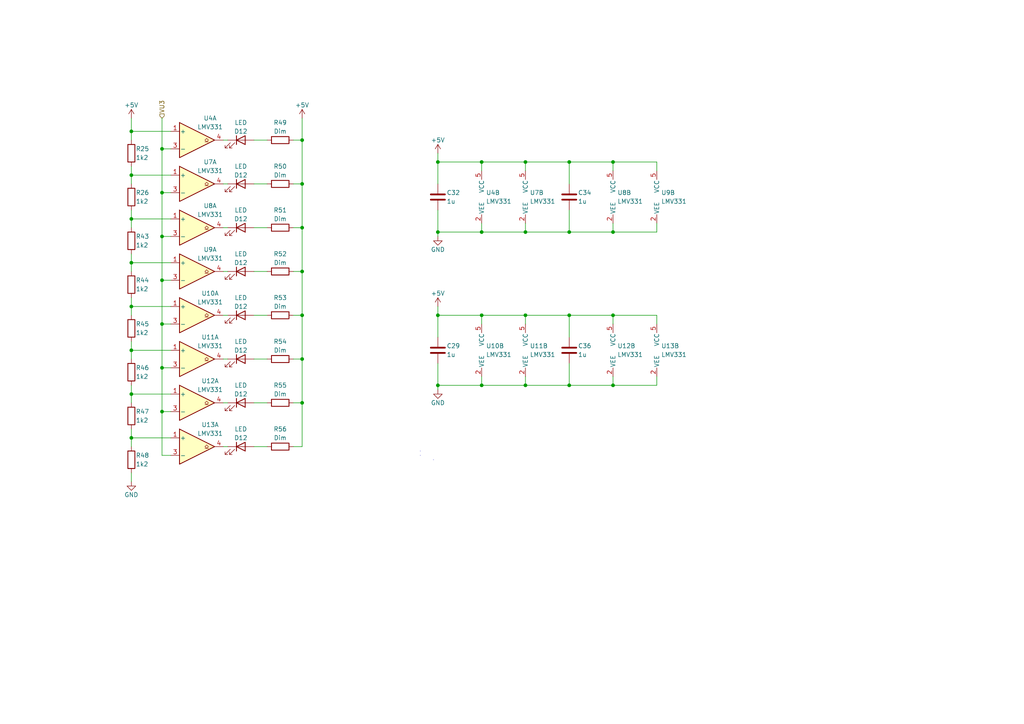
<source format=kicad_sch>
(kicad_sch (version 20230121) (generator eeschema)
  (paper "A4")
  (lib_symbols
    (symbol "Device:C" (pin_numbers hide) (pin_names (offset 0.254))
      (property "Reference" "C" (at 0.635 2.54 0))
      (property "Value" "C" (at 0.635 -2.54 0))
      (symbol "C_0_1"
        (polyline (pts (xy -2.032 -0.762) (xy 2.032 -0.762)) (stroke (width 0.508)))
        (polyline (pts (xy -2.032 0.762) (xy 2.032 0.762)) (stroke (width 0.508)))
      )
      (symbol "C_1_1"
        (pin passive line (at 0 3.81 270) (length 2.794) (name "~") (number "1"))
        (pin passive line (at 0 -3.81 90) (length 2.794) (name "~") (number "2"))
      )
    )
    (symbol "Device:LED" (pin_numbers hide) (pin_names (offset 1.016) hide)
      (property "Reference" "D" (at 0 2.54 0))
      (property "Value" "LED" (at 0 -2.54 0))
      (symbol "LED_0_1"
        (polyline (pts (xy -1.27 -1.27) (xy -1.27 1.27)) (stroke (width 0.254)))
        (polyline (pts (xy -1.27 0) (xy 1.27 0)))
        (polyline (pts (xy 1.27 -1.27) (xy 1.27 1.27) (xy -1.27 0) (xy 1.27 -1.27)) (stroke (width 0.254)))
        (polyline (pts (xy -3.048 -0.762) (xy -4.572 -2.286) (xy -3.81 -2.286) (xy -4.572 -2.286) (xy -4.572 -1.524)))
        (polyline (pts (xy -1.778 -0.762) (xy -3.302 -2.286) (xy -2.54 -2.286) (xy -3.302 -2.286) (xy -3.302 -1.524)))
      )
      (symbol "LED_1_1"
        (pin passive line (at -3.81 0 0) (length 2.54) (name "K") (number "1"))
        (pin passive line (at 3.81 0 180) (length 2.54) (name "A") (number "2"))
      )
    )
    (symbol "Device:R" (pin_numbers hide) (pin_names (offset 0))
      (property "Reference" "R" (at 2.032 0 90))
      (property "Value" "R" (at 0 0 90))
      (symbol "R_0_1"
        (rectangle (start -1.016 -2.54) (end 1.016 2.54) (stroke (width 0.254)))
      )
      (symbol "R_1_1"
        (pin passive line (at 0 3.81 270) (length 1.27) (name "~") (number "1"))
        (pin passive line (at 0 -3.81 90) (length 1.27) (name "~") (number "2"))
      )
    )
    (symbol "lmv331:LMV331" (pin_names (offset 0.127)) (in_bom no) (on_board no)
      (property "Reference" "U" (at 5.08 5.08 0))
      (property "Value" "LMV331" (at 5.08 2.54 0))
      (symbol "LMV331_1_1"
        (polyline (pts (xy -5.08 5.08) (xy 5.08 0) (xy -5.08 -5.08) (xy -5.08 5.08)) (stroke (width 0.254)) (fill (type background)))
        (polyline (pts (xy 3.302 -0.508) (xy 2.794 -0.508) (xy 3.302 0) (xy 2.794 0.508) (xy 2.286 0) (xy 2.794 -0.508) (xy 2.286 -0.508)) (stroke (width 0.127)))
        (pin input line (at -7.62 2.54 0) (length 2.54) (name "+") (number "1"))
        (pin input line (at -7.62 -2.54 0) (length 2.54) (name "-") (number "3"))
        (pin open_collector line (at 7.62 0 180) (length 2.54) (name "~") (number "4"))
      )
      (symbol "LMV331_2_1"
        (pin power_in line (at 0 -7.62 90) (length 2.54) (name "VEE") (number "2"))
        (pin power_in line (at 0 7.62 270) (length 2.54) (name "VCC") (number "5"))
      )
    )
    (symbol "power:+5V" (power) (pin_names (offset 0))
      (property "Value" "+5V" (at 0 3.556 0))
      (symbol "+5V_0_1"
        (polyline (pts (xy -0.762 1.27) (xy 0 2.54)))
        (polyline (pts (xy 0 0) (xy 0 2.54)))
        (polyline (pts (xy 0 2.54) (xy 0.762 1.27)))
      )
      (symbol "+5V_1_1"
        (pin power_in line (at 0 0 90) (length 0) hide (name "+5V") (number "1"))
      )
    )
    (symbol "power:GND" (power) (pin_names (offset 0))
      (property "Value" "GND" (at 0 -3.81 0))
      (symbol "GND_0_1"
        (polyline (pts (xy 0 0) (xy 0 -1.27) (xy 1.27 -1.27) (xy 0 -2.54) (xy -1.27 -1.27) (xy 0 -1.27)))
      )
      (symbol "GND_1_1"
        (pin power_in line (at 0 0 270) (length 0) hide (name "GND") (number "1"))
      )
    )
  )
  (junction (at 87.63 78.74))
  (junction (at 46.99 119.38))
  (junction (at 38.1 76.2))
  (junction (at 46.99 93.98))
  (junction (at 139.7 67.31))
  (junction (at 152.4 91.44))
  (junction (at 127 67.31))
  (junction (at 38.1 38.1))
  (junction (at 177.8 46.99))
  (junction (at 38.1 127))
  (junction (at 152.4 46.99))
  (junction (at 165.1 46.99))
  (junction (at 46.99 55.88))
  (junction (at 139.7 91.44))
  (junction (at 139.7 46.99))
  (junction (at 87.63 40.64))
  (junction (at 87.63 104.14))
  (junction (at 38.1 101.6))
  (junction (at 46.99 43.18))
  (junction (at 87.63 53.34))
  (junction (at 38.1 114.3))
  (junction (at 165.1 67.31))
  (junction (at 46.99 106.68))
  (junction (at 87.63 91.44))
  (junction (at 38.1 63.5))
  (junction (at 152.4 67.31))
  (junction (at 46.99 81.28))
  (junction (at 38.1 88.9))
  (junction (at 177.8 91.44))
  (junction (at 38.1 50.8))
  (junction (at 177.8 111.76))
  (junction (at 165.1 111.76))
  (junction (at 127 46.99))
  (junction (at 87.63 116.84))
  (junction (at 139.7 111.76))
  (junction (at 152.4 111.76))
  (junction (at 46.99 68.58))
  (junction (at 87.63 66.04))
  (junction (at 127 111.76))
  (junction (at 165.1 91.44))
  (junction (at 127 91.44))
  (junction (at 177.8 67.31))
  (wire (pts (xy 46.99 106.68) (xy 46.99 119.38)))
  (wire (pts (xy 38.1 63.5) (xy 38.1 60.96)))
  (wire (pts (xy 38.1 114.3) (xy 38.1 111.76)))
  (wire (pts (xy 127 60.96) (xy 127 67.31)))
  (wire (pts (xy 85.09 66.04) (xy 87.63 66.04)))
  (wire (pts (xy 177.8 64.77) (xy 177.8 67.31)))
  (wire (pts (xy 139.7 67.31) (xy 139.7 64.77)))
  (wire (pts (xy 77.47 53.34) (xy 73.66 53.34)))
  (wire (pts (xy 152.4 67.31) (xy 165.1 67.31)))
  (wire (pts (xy 66.04 53.34) (xy 64.77 53.34)))
  (wire (pts (xy 46.99 68.58) (xy 49.53 68.58)))
  (wire (pts (xy 127 105.41) (xy 127 111.76)))
  (wire (pts (xy 85.09 40.64) (xy 87.63 40.64)))
  (wire (pts (xy 38.1 86.36) (xy 38.1 88.9)))
  (wire (pts (xy 66.04 129.54) (xy 64.77 129.54)))
  (wire (pts (xy 139.7 46.99) (xy 139.7 49.53)))
  (wire (pts (xy 190.5 46.99) (xy 190.5 49.53)))
  (wire (pts (xy 165.1 60.96) (xy 165.1 67.31)))
  (wire (pts (xy 127 91.44) (xy 139.7 91.44)))
  (wire (pts (xy 87.63 78.74) (xy 87.63 91.44)))
  (wire (pts (xy 38.1 63.5) (xy 38.1 66.04)))
  (wire (pts (xy 49.53 88.9) (xy 38.1 88.9)))
  (wire (pts (xy 38.1 76.2) (xy 38.1 73.66)))
  (wire (pts (xy 38.1 101.6) (xy 38.1 99.06)))
  (wire (pts (xy 177.8 91.44) (xy 190.5 91.44)))
  (wire (pts (xy 165.1 111.76) (xy 177.8 111.76)))
  (wire (pts (xy 38.1 88.9) (xy 38.1 91.44)))
  (wire (pts (xy 87.63 40.64) (xy 87.63 53.34)))
  (wire (pts (xy 46.99 81.28) (xy 49.53 81.28)))
  (wire (pts (xy 177.8 46.99) (xy 177.8 49.53)))
  (wire (pts (xy 38.1 127) (xy 38.1 124.46)))
  (wire (pts (xy 77.47 129.54) (xy 73.66 129.54)))
  (wire (pts (xy 85.09 91.44) (xy 87.63 91.44)))
  (wire (pts (xy 49.53 50.8) (xy 38.1 50.8)))
  (wire (pts (xy 38.1 50.8) (xy 38.1 48.26)))
  (wire (pts (xy 165.1 46.99) (xy 177.8 46.99)))
  (wire (pts (xy 87.63 34.29) (xy 87.63 40.64)))
  (wire (pts (xy 165.1 91.44) (xy 165.1 97.79)))
  (wire (pts (xy 152.4 46.99) (xy 152.4 49.53)))
  (wire (pts (xy 38.1 76.2) (xy 38.1 78.74)))
  (wire (pts (xy 127 46.99) (xy 127 53.34)))
  (wire (pts (xy 165.1 46.99) (xy 165.1 53.34)))
  (wire (pts (xy 127 88.9) (xy 127 91.44)))
  (wire (pts (xy 152.4 91.44) (xy 152.4 93.98)))
  (wire (pts (xy 66.04 78.74) (xy 64.77 78.74)))
  (wire (pts (xy 77.47 66.04) (xy 73.66 66.04)))
  (wire (pts (xy 46.99 81.28) (xy 46.99 93.98)))
  (wire (pts (xy 87.63 66.04) (xy 87.63 78.74)))
  (wire (pts (xy 66.04 104.14) (xy 64.77 104.14)))
  (wire (pts (xy 46.99 119.38) (xy 46.99 132.08)))
  (wire (pts (xy 49.53 43.18) (xy 46.99 43.18)))
  (wire (pts (xy 38.1 114.3) (xy 38.1 116.84)))
  (wire (pts (xy 46.99 55.88) (xy 46.99 68.58)))
  (wire (pts (xy 190.5 111.76) (xy 177.8 111.76)))
  (wire (pts (xy 152.4 67.31) (xy 152.4 64.77)))
  (wire (pts (xy 46.99 132.08) (xy 49.53 132.08)))
  (wire (pts (xy 77.47 78.74) (xy 73.66 78.74)))
  (wire (pts (xy 46.99 55.88) (xy 49.53 55.88)))
  (wire (pts (xy 177.8 91.44) (xy 177.8 93.98)))
  (wire (pts (xy 46.99 93.98) (xy 46.99 106.68)))
  (wire (pts (xy 77.47 116.84) (xy 73.66 116.84)))
  (wire (pts (xy 152.4 46.99) (xy 165.1 46.99)))
  (wire (pts (xy 139.7 91.44) (xy 152.4 91.44)))
  (wire (pts (xy 127 111.76) (xy 139.7 111.76)))
  (wire (pts (xy 139.7 111.76) (xy 152.4 111.76)))
  (wire (pts (xy 87.63 129.54) (xy 85.09 129.54)))
  (wire (pts (xy 139.7 67.31) (xy 152.4 67.31)))
  (wire (pts (xy 77.47 91.44) (xy 73.66 91.44)))
  (wire (pts (xy 177.8 109.22) (xy 177.8 111.76)))
  (wire (pts (xy 66.04 91.44) (xy 64.77 91.44)))
  (wire (pts (xy 190.5 91.44) (xy 190.5 93.98)))
  (wire (pts (xy 127 111.76) (xy 127 113.03)))
  (wire (pts (xy 38.1 50.8) (xy 38.1 53.34)))
  (wire (pts (xy 38.1 38.1) (xy 38.1 40.64)))
  (wire (pts (xy 46.99 68.58) (xy 46.99 81.28)))
  (wire (pts (xy 46.99 43.18) (xy 46.99 55.88)))
  (wire (pts (xy 38.1 137.16) (xy 38.1 139.7)))
  (wire (pts (xy 190.5 109.22) (xy 190.5 111.76)))
  (wire (pts (xy 127 91.44) (xy 127 97.79)))
  (wire (pts (xy 177.8 46.99) (xy 190.5 46.99)))
  (wire (pts (xy 49.53 63.5) (xy 38.1 63.5)))
  (wire (pts (xy 152.4 91.44) (xy 165.1 91.44)))
  (wire (pts (xy 127 67.31) (xy 127 68.58)))
  (wire (pts (xy 49.53 114.3) (xy 38.1 114.3)))
  (wire (pts (xy 87.63 91.44) (xy 87.63 104.14)))
  (wire (pts (xy 46.99 119.38) (xy 49.53 119.38)))
  (wire (pts (xy 127 44.45) (xy 127 46.99)))
  (wire (pts (xy 87.63 104.14) (xy 87.63 116.84)))
  (wire (pts (xy 85.09 53.34) (xy 87.63 53.34)))
  (wire (pts (xy 165.1 91.44) (xy 177.8 91.44)))
  (wire (pts (xy 49.53 127) (xy 38.1 127)))
  (wire (pts (xy 49.53 93.98) (xy 46.99 93.98)))
  (wire (pts (xy 38.1 34.29) (xy 38.1 38.1)))
  (wire (pts (xy 177.8 67.31) (xy 190.5 67.31)))
  (wire (pts (xy 139.7 46.99) (xy 152.4 46.99)))
  (wire (pts (xy 87.63 104.14) (xy 85.09 104.14)))
  (wire (pts (xy 49.53 101.6) (xy 38.1 101.6)))
  (wire (pts (xy 165.1 67.31) (xy 177.8 67.31)))
  (wire (pts (xy 165.1 105.41) (xy 165.1 111.76)))
  (wire (pts (xy 66.04 40.64) (xy 64.77 40.64)))
  (wire (pts (xy 46.99 34.29) (xy 46.99 43.18)))
  (wire (pts (xy 139.7 111.76) (xy 139.7 109.22)))
  (wire (pts (xy 77.47 104.14) (xy 73.66 104.14)))
  (wire (pts (xy 152.4 111.76) (xy 152.4 109.22)))
  (wire (pts (xy 66.04 116.84) (xy 64.77 116.84)))
  (wire (pts (xy 49.53 76.2) (xy 38.1 76.2)))
  (wire (pts (xy 127 67.31) (xy 139.7 67.31)))
  (wire (pts (xy 152.4 111.76) (xy 165.1 111.76)))
  (wire (pts (xy 85.09 116.84) (xy 87.63 116.84)))
  (wire (pts (xy 38.1 101.6) (xy 38.1 104.14)))
  (wire (pts (xy 46.99 106.68) (xy 49.53 106.68)))
  (wire (pts (xy 49.53 38.1) (xy 38.1 38.1)))
  (wire (pts (xy 87.63 53.34) (xy 87.63 66.04)))
  (wire (pts (xy 66.04 66.04) (xy 64.77 66.04)))
  (wire (pts (xy 87.63 116.84) (xy 87.63 129.54)))
  (wire (pts (xy 85.09 78.74) (xy 87.63 78.74)))
  (wire (pts (xy 77.47 40.64) (xy 73.66 40.64)))
  (wire (pts (xy 139.7 91.44) (xy 139.7 93.98)))
  (wire (pts (xy 190.5 64.77) (xy 190.5 67.31)))
  (wire (pts (xy 127 46.99) (xy 139.7 46.99)))
  (wire (pts (xy 38.1 127) (xy 38.1 129.54)))
  (rectangle (start 121.92 130.81) (end 121.92 130.81))
  (rectangle (start 125.73 133.35) (end 125.73 133.35))
  (rectangle (start 121.92 132.08) (end 121.92 132.08))
  (hierarchical_label "VU3" (shape input) (at 46.99 34.29 90))
  (symbol (lib_id "lmv331:LMV331") (at 57.15 66.04 0) (unit 1)
    (property "Reference" "U8" (at 60.96 59.69 0))
    (property "Value" "LMV331" (at 60.96 62.23 0))
    (property "Footprint" "Package_TO_SOT_SMD:SOT-23-5" (effects hide))
    (property "Datasheet" "http://www.ti.com/lit/ds/symlink/lmv331.pdf" (effects hide))
  )
  (symbol (lib_id "power:+5V") (at 127 88.9 0) (unit 1)
    (property "Reference" "#PWR0104" (effects hide))
    (property "Value" "+5V" (at 127 85.09 0))
  )
  (symbol (lib_id "Device:R") (at 38.1 69.85 180) (unit 1)
    (property "Reference" "R43" (at 39.37 68.58 0) (effects (justify right)))
    (property "Value" "1k2" (at 39.37 71.12 0) (effects (justify right)))
    (property "Footprint" "Resistor_SMD:R_1206_3216Metric_Pad1.30x1.75mm_HandSolder" (effects hide))
    (instances (project "SoundControl" (path "" (reference "R43") (unit 1)) (path "" (reference "R46") (unit 1))))
  )
  (symbol (lib_id "lmv331:LMV331") (at 190.5 101.6 0) (unit 2)
    (property "Reference" "U13" (at 191.77 100.33 0) (effects (justify left)))
    (property "Value" "LMV331" (at 191.77 102.87 0) (effects (justify left)))
    (property "Footprint" "Package_TO_SOT_SMD:SOT-23-5" (effects hide))
    (property "Datasheet" "http://www.ti.com/lit/ds/symlink/lmv331.pdf" (effects hide))
  )
  (symbol (lib_id "Device:R") (at 38.1 57.15 180) (unit 1)
    (property "Reference" "R26" (at 39.37 55.88 0) (effects (justify right)))
    (property "Value" "1k2" (at 39.37 58.42 0) (effects (justify right)))
    (property "Footprint" "Resistor_SMD:R_1206_3216Metric_Pad1.30x1.75mm_HandSolder" (effects hide))
    (instances (project "SoundControl" (path "" (reference "R26") (unit 1)) (path "" (reference "R44") (unit 1))))
  )
  (symbol (lib_id "Device:R") (at 38.1 82.55 180) (unit 1)
    (property "Reference" "R44" (at 39.37 81.28 0) (effects (justify right)))
    (property "Value" "1k2" (at 39.37 83.82 0) (effects (justify right)))
    (property "Footprint" "Resistor_SMD:R_1206_3216Metric_Pad1.30x1.75mm_HandSolder" (effects hide))
    (instances (project "SoundControl" (path "" (reference "R44") (unit 1)) (path "" (reference "R48") (unit 1))))
  )
  (symbol (lib_id "power:GND") (at 127 113.03 0) (unit 1)
    (property "Reference" "#PWR096" (effects hide))
    (property "Value" "GND" (at 127 116.84 0))
    (instances (project "SoundControl" (path "" (reference "#PWR096") (unit 1)) (path "" (reference "#PWR0105") (unit 1))))
  )
  (symbol (lib_id "lmv331:LMV331") (at 57.15 116.84 0) (unit 1)
    (property "Reference" "U12" (at 60.96 110.49 0))
    (property "Value" "LMV331" (at 60.96 113.03 0))
    (property "Footprint" "Package_TO_SOT_SMD:SOT-23-5" (effects hide))
    (property "Datasheet" "http://www.ti.com/lit/ds/symlink/lmv331.pdf" (effects hide))
  )
  (symbol (lib_id "Device:R") (at 81.28 116.84 90) (unit 1)
    (property "Reference" "R55" (at 81.28 111.76 90))
    (property "Value" "Dim" (at 81.28 114.3 90))
    (property "Footprint" "Resistor_SMD:R_1206_3216Metric_Pad1.30x1.75mm_HandSolder" (effects hide))
    (instances (project "SoundControl" (path "" (reference "R55") (unit 1)) (path "" (reference "R53") (unit 1))))
  )
  (symbol (lib_id "Device:R") (at 81.28 78.74 90) (unit 1)
    (property "Reference" "R52" (at 81.28 73.66 90))
    (property "Value" "Dim" (at 81.28 76.2 90))
    (property "Footprint" "Resistor_SMD:R_1206_3216Metric_Pad1.30x1.75mm_HandSolder" (effects hide))
    (instances (project "SoundControl" (path "" (reference "R52") (unit 1)) (path "" (reference "R47") (unit 1))))
  )
  (symbol (lib_id "Device:R") (at 81.28 104.14 90) (unit 1)
    (property "Reference" "R54" (at 81.28 99.06 90))
    (property "Value" "Dim" (at 81.28 101.6 90))
    (property "Footprint" "Resistor_SMD:R_1206_3216Metric_Pad1.30x1.75mm_HandSolder" (effects hide))
    (instances (project "SoundControl" (path "" (reference "R54") (unit 1)) (path "" (reference "R51") (unit 1))))
  )
  (symbol (lib_id "lmv331:LMV331") (at 139.7 101.6 0) (unit 2)
    (property "Reference" "U10" (at 140.97 100.33 0) (effects (justify left)))
    (property "Value" "LMV331" (at 140.97 102.87 0) (effects (justify left)))
    (property "Footprint" "Package_TO_SOT_SMD:SOT-23-5" (effects hide))
    (property "Datasheet" "http://www.ti.com/lit/ds/symlink/lmv331.pdf" (effects hide))
  )
  (symbol (lib_id "Device:R") (at 81.28 53.34 90) (unit 1)
    (property "Reference" "R50" (at 81.28 48.26 90))
    (property "Value" "Dim" (at 81.28 50.8 90))
    (property "Footprint" "Resistor_SMD:R_1206_3216Metric_Pad1.30x1.75mm_HandSolder" (effects hide))
    (instances (project "SoundControl" (path "" (reference "R50") (unit 1)) (path "" (reference "R43") (unit 1))))
  )
  (symbol (lib_id "Device:C") (at 127 101.6 0) (unit 1)
    (property "Reference" "C29" (at 129.54 100.33 0) (effects (justify left)))
    (property "Value" "1u" (at 129.54 102.87 0) (effects (justify left)))
    (property "Footprint" "Capacitor_SMD:C_1206_3216Metric_Pad1.33x1.80mm_HandSolder" (effects hide))
    (instances (project "SoundControl" (path "" (reference "C29") (unit 1)) (path "" (reference "C33") (unit 1))))
  )
  (symbol (lib_id "Device:R") (at 38.1 95.25 180) (unit 1)
    (property "Reference" "R45" (at 39.37 93.98 0) (effects (justify right)))
    (property "Value" "1k2" (at 39.37 96.52 0) (effects (justify right)))
    (property "Footprint" "Resistor_SMD:R_1206_3216Metric_Pad1.30x1.75mm_HandSolder" (effects hide))
    (instances (project "SoundControl" (path "" (reference "R45") (unit 1)) (path "" (reference "R50") (unit 1))))
  )
  (symbol (lib_id "power:GND") (at 38.1 139.7 0) (unit 1)
    (property "Reference" "#PWR094" (effects hide))
    (property "Value" "GND" (at 38.1 143.51 0))
    (instances (project "SoundControl" (path "" (reference "#PWR094") (unit 1)) (path "" (reference "#PWR0106") (unit 1))))
  )
  (symbol (lib_id "Device:R") (at 81.28 91.44 90) (unit 1)
    (property "Reference" "R53" (at 81.28 86.36 90))
    (property "Value" "Dim" (at 81.28 88.9 90))
    (property "Footprint" "Resistor_SMD:R_1206_3216Metric_Pad1.30x1.75mm_HandSolder" (effects hide))
    (instances (project "SoundControl" (path "" (reference "R53") (unit 1)) (path "" (reference "R49") (unit 1))))
  )
  (symbol (lib_id "Device:R") (at 38.1 120.65 180) (unit 1)
    (property "Reference" "R47" (at 39.37 119.38 0) (effects (justify right)))
    (property "Value" "1k2" (at 39.37 121.92 0) (effects (justify right)))
    (property "Footprint" "Resistor_SMD:R_1206_3216Metric_Pad1.30x1.75mm_HandSolder" (effects hide))
    (instances (project "SoundControl" (path "" (reference "R47") (unit 1)) (path "" (reference "R54") (unit 1))))
  )
  (symbol (lib_id "Device:LED") (at 69.85 78.74 0) (unit 1)
    (property "Reference" "D12" (at 69.85 76.2 0))
    (property "Value" "LED" (at 69.85 73.66 0))
    (property "Footprint" "LED_THT:LED_D3.0mm" (effects hide))
    (instances (project "SoundControl" (path "" (reference "D12") (unit 1)) (path "" (reference "D23") (unit 1)) (path "" (reference "D23") (unit 1))))
  )
  (symbol (lib_id "lmv331:LMV331") (at 177.8 101.6 0) (unit 2)
    (property "Reference" "U12" (at 179.07 100.33 0) (effects (justify left)))
    (property "Value" "LMV331" (at 179.07 102.87 0) (effects (justify left)))
    (property "Footprint" "Package_TO_SOT_SMD:SOT-23-5" (effects hide))
    (property "Datasheet" "http://www.ti.com/lit/ds/symlink/lmv331.pdf" (effects hide))
  )
  (symbol (lib_id "Device:LED") (at 69.85 53.34 0) (unit 1)
    (property "Reference" "D12" (at 69.85 50.8 0))
    (property "Value" "LED" (at 69.85 48.26 0))
    (property "Footprint" "LED_THT:LED_D3.0mm" (effects hide))
    (instances (project "SoundControl" (path "" (reference "D12") (unit 1)) (path "" (reference "D21") (unit 1)) (path "" (reference "D21") (unit 1))))
  )
  (symbol (lib_id "Device:C") (at 165.1 101.6 0) (unit 1)
    (property "Reference" "C36" (at 167.64 100.33 0) (effects (justify left)))
    (property "Value" "1u" (at 167.64 102.87 0) (effects (justify left)))
    (property "Footprint" "Capacitor_SMD:C_1206_3216Metric_Pad1.33x1.80mm_HandSolder" (effects hide))
    (instances (project "SoundControl" (path "" (reference "C36") (unit 1)) (path "" (reference "C34") (unit 1))))
  )
  (symbol (lib_id "lmv331:LMV331") (at 190.5 57.15 0) (unit 2)
    (property "Reference" "U9" (at 191.77 55.88 0) (effects (justify left)))
    (property "Value" "LMV331" (at 191.77 58.42 0) (effects (justify left)))
    (property "Footprint" "Package_TO_SOT_SMD:SOT-23-5" (effects hide))
    (property "Datasheet" "http://www.ti.com/lit/ds/symlink/lmv331.pdf" (effects hide))
  )
  (symbol (lib_id "lmv331:LMV331") (at 57.15 104.14 0) (unit 1)
    (property "Reference" "U11" (at 60.96 97.79 0))
    (property "Value" "LMV331" (at 60.96 100.33 0))
    (property "Footprint" "Package_TO_SOT_SMD:SOT-23-5" (effects hide))
    (property "Datasheet" "http://www.ti.com/lit/ds/symlink/lmv331.pdf" (effects hide))
  )
  (symbol (lib_id "Device:LED") (at 69.85 116.84 0) (unit 1)
    (property "Reference" "D12" (at 69.85 114.3 0))
    (property "Value" "LED" (at 69.85 111.76 0))
    (property "Footprint" "LED_THT:LED_D3.0mm" (effects hide))
    (instances (project "SoundControl" (path "" (reference "D12") (unit 1)) (path "" (reference "D26") (unit 1)) (path "" (reference "D26") (unit 1))))
  )
  (symbol (lib_id "lmv331:LMV331") (at 57.15 40.64 0) (unit 1)
    (property "Reference" "U4" (at 60.96 34.29 0))
    (property "Value" "LMV331" (at 60.96 36.83 0))
    (property "Footprint" "Package_TO_SOT_SMD:SOT-23-5" (effects hide))
    (property "Datasheet" "http://www.ti.com/lit/ds/symlink/lmv331.pdf" (effects hide))
  )
  (symbol (lib_id "Device:LED") (at 69.85 66.04 0) (unit 1)
    (property "Reference" "D12" (at 69.85 63.5 0))
    (property "Value" "LED" (at 69.85 60.96 0))
    (property "Footprint" "LED_THT:LED_D3.0mm" (effects hide))
    (instances (project "SoundControl" (path "" (reference "D12") (unit 1)) (path "" (reference "D22") (unit 1)) (path "" (reference "D22") (unit 1))))
  )
  (symbol (lib_id "lmv331:LMV331") (at 57.15 129.54 0) (unit 1)
    (property "Reference" "U13" (at 60.96 123.19 0))
    (property "Value" "LMV331" (at 60.96 125.73 0))
    (property "Footprint" "Package_TO_SOT_SMD:SOT-23-5" (effects hide))
    (property "Datasheet" "http://www.ti.com/lit/ds/symlink/lmv331.pdf" (effects hide))
  )
  (symbol (lib_id "Device:R") (at 81.28 40.64 90) (unit 1)
    (property "Reference" "R49" (at 81.28 35.56 90))
    (property "Value" "Dim" (at 81.28 38.1 90))
    (property "Footprint" "Resistor_SMD:R_1206_3216Metric_Pad1.30x1.75mm_HandSolder" (effects hide))
    (instances (project "SoundControl" (path "" (reference "R49") (unit 1)) (path "" (reference "R25") (unit 1))))
  )
  (symbol (lib_id "power:+5V") (at 87.63 34.29 0) (unit 1)
    (property "Reference" "#PWR095" (effects hide))
    (property "Value" "+5V" (at 87.63 30.48 0))
  )
  (symbol (lib_id "Device:LED") (at 69.85 129.54 0) (unit 1)
    (property "Reference" "D12" (at 69.85 127 0))
    (property "Value" "LED" (at 69.85 124.46 0))
    (property "Footprint" "LED_THT:LED_D3.0mm" (effects hide))
    (instances (project "SoundControl" (path "" (reference "D12") (unit 1)) (path "" (reference "D27") (unit 1)) (path "" (reference "D27") (unit 1))))
  )
  (symbol (lib_id "lmv331:LMV331") (at 152.4 101.6 0) (unit 2)
    (property "Reference" "U11" (at 153.67 100.33 0) (effects (justify left)))
    (property "Value" "LMV331" (at 153.67 102.87 0) (effects (justify left)))
    (property "Footprint" "Package_TO_SOT_SMD:SOT-23-5" (effects hide))
    (property "Datasheet" "http://www.ti.com/lit/ds/symlink/lmv331.pdf" (effects hide))
  )
  (symbol (lib_id "Device:LED") (at 69.85 91.44 0) (unit 1)
    (property "Reference" "D12" (at 69.85 88.9 0))
    (property "Value" "LED" (at 69.85 86.36 0))
    (property "Footprint" "LED_THT:LED_D3.0mm" (effects hide))
    (instances (project "SoundControl" (path "" (reference "D12") (unit 1)) (path "" (reference "D24") (unit 1)) (path "" (reference "D24") (unit 1))))
  )
  (symbol (lib_id "lmv331:LMV331") (at 152.4 57.15 0) (unit 2)
    (property "Reference" "U7" (at 153.67 55.88 0) (effects (justify left)))
    (property "Value" "LMV331" (at 153.67 58.42 0) (effects (justify left)))
    (property "Footprint" "Package_TO_SOT_SMD:SOT-23-5" (effects hide))
    (property "Datasheet" "http://www.ti.com/lit/ds/symlink/lmv331.pdf" (effects hide))
  )
  (symbol (lib_id "Device:LED") (at 69.85 40.64 0) (unit 1)
    (property "Reference" "D12" (at 69.85 38.1 0))
    (property "Value" "LED" (at 69.85 35.56 0))
    (property "Footprint" "LED_THT:LED_D3.0mm" (effects hide))
  )
  (symbol (lib_id "power:+5V") (at 38.1 34.29 0) (unit 1)
    (property "Reference" "#PWR092" (effects hide))
    (property "Value" "+5V" (at 38.1 30.48 0))
    (instances (project "SoundControl" (path "" (reference "#PWR092") (unit 1)) (path "" (reference "#PWR094") (unit 1))))
  )
  (symbol (lib_id "power:GND") (at 127 68.58 0) (unit 1)
    (property "Reference" "#PWR0106" (effects hide))
    (property "Value" "GND" (at 127 72.39 0))
    (instances (project "SoundControl" (path "" (reference "#PWR0106") (unit 1)) (path "" (reference "#PWR096") (unit 1))))
  )
  (symbol (lib_id "Device:R") (at 38.1 107.95 180) (unit 1)
    (property "Reference" "R46" (at 39.37 106.68 0) (effects (justify right)))
    (property "Value" "1k2" (at 39.37 109.22 0) (effects (justify right)))
    (property "Footprint" "Resistor_SMD:R_1206_3216Metric_Pad1.30x1.75mm_HandSolder" (effects hide))
    (instances (project "SoundControl" (path "" (reference "R46") (unit 1)) (path "" (reference "R52") (unit 1))))
  )
  (symbol (lib_id "lmv331:LMV331") (at 57.15 78.74 0) (unit 1)
    (property "Reference" "U9" (at 60.96 72.39 0))
    (property "Value" "LMV331" (at 60.96 74.93 0))
    (property "Footprint" "Package_TO_SOT_SMD:SOT-23-5" (effects hide))
    (property "Datasheet" "http://www.ti.com/lit/ds/symlink/lmv331.pdf" (effects hide))
  )
  (symbol (lib_id "Device:R") (at 81.28 129.54 90) (unit 1)
    (property "Reference" "R56" (at 81.28 124.46 90))
    (property "Value" "Dim" (at 81.28 127 90))
    (property "Footprint" "Resistor_SMD:R_1206_3216Metric_Pad1.30x1.75mm_HandSolder" (effects hide))
    (instances (project "SoundControl" (path "" (reference "R56") (unit 1)) (path "" (reference "R55") (unit 1))))
  )
  (symbol (lib_id "lmv331:LMV331") (at 139.7 57.15 0) (unit 2)
    (property "Reference" "U4" (at 140.97 55.88 0) (effects (justify left)))
    (property "Value" "LMV331" (at 140.97 58.42 0) (effects (justify left)))
    (property "Footprint" "Package_TO_SOT_SMD:SOT-23-5" (effects hide))
    (property "Datasheet" "http://www.ti.com/lit/ds/symlink/lmv331.pdf" (effects hide))
  )
  (symbol (lib_id "Device:C") (at 165.1 57.15 0) (unit 1)
    (property "Reference" "C34" (at 167.64 55.88 0) (effects (justify left)))
    (property "Value" "1u" (at 167.64 58.42 0) (effects (justify left)))
    (property "Footprint" "Capacitor_SMD:C_1206_3216Metric_Pad1.33x1.80mm_HandSolder" (effects hide))
    (instances (project "SoundControl" (path "" (reference "C34") (unit 1)) (path "" (reference "C32") (unit 1))))
  )
  (symbol (lib_id "Device:C") (at 127 57.15 0) (unit 1)
    (property "Reference" "C32" (at 129.54 55.88 0) (effects (justify left)))
    (property "Value" "1u" (at 129.54 58.42 0) (effects (justify left)))
    (property "Footprint" "Capacitor_SMD:C_1206_3216Metric_Pad1.33x1.80mm_HandSolder" (effects hide))
    (instances (project "SoundControl" (path "" (reference "C32") (unit 1)) (path "" (reference "C29") (unit 1))))
  )
  (symbol (lib_id "Device:LED") (at 69.85 104.14 0) (unit 1)
    (property "Reference" "D12" (at 69.85 101.6 0))
    (property "Value" "LED" (at 69.85 99.06 0))
    (property "Footprint" "LED_THT:LED_D3.0mm" (effects hide))
    (instances (project "SoundControl" (path "" (reference "D12") (unit 1)) (path "" (reference "D25") (unit 1)) (path "" (reference "D25") (unit 1))))
  )
  (symbol (lib_id "Device:R") (at 38.1 44.45 180) (unit 1)
    (property "Reference" "R25" (at 39.37 43.18 0) (effects (justify right)))
    (property "Value" "1k2" (at 39.37 45.72 0) (effects (justify right)))
    (property "Footprint" "Resistor_SMD:R_1206_3216Metric_Pad1.30x1.75mm_HandSolder" (effects hide))
    (instances (project "SoundControl" (path "" (reference "R25") (unit 1)) (path "" (reference "R26") (unit 1))))
  )
  (symbol (lib_id "lmv331:LMV331") (at 57.15 53.34 0) (unit 1)
    (property "Reference" "U7" (at 60.96 46.99 0))
    (property "Value" "LMV331" (at 60.96 49.53 0))
    (property "Footprint" "Package_TO_SOT_SMD:SOT-23-5" (effects hide))
    (property "Datasheet" "http://www.ti.com/lit/ds/symlink/lmv331.pdf" (effects hide))
  )
  (symbol (lib_id "Device:R") (at 38.1 133.35 180) (unit 1)
    (property "Reference" "R48" (at 39.37 132.08 0) (effects (justify right)))
    (property "Value" "1k2" (at 39.37 134.62 0) (effects (justify right)))
    (property "Footprint" "Resistor_SMD:R_1206_3216Metric_Pad1.30x1.75mm_HandSolder" (effects hide))
    (instances (project "SoundControl" (path "" (reference "R48") (unit 1)) (path "" (reference "R56") (unit 1))))
  )
  (symbol (lib_id "power:+5V") (at 127 44.45 0) (unit 1)
    (property "Reference" "#PWR0105" (effects hide))
    (property "Value" "+5V" (at 127 40.64 0))
    (instances (project "SoundControl" (path "" (reference "#PWR0105") (unit 1)) (path "" (reference "#PWR092") (unit 1))))
  )
  (symbol (lib_id "lmv331:LMV331") (at 57.15 91.44 0) (unit 1)
    (property "Reference" "U10" (at 60.96 85.09 0))
    (property "Value" "LMV331" (at 60.96 87.63 0))
    (property "Footprint" "Package_TO_SOT_SMD:SOT-23-5" (effects hide))
    (property "Datasheet" "http://www.ti.com/lit/ds/symlink/lmv331.pdf" (effects hide))
  )
  (symbol (lib_id "Device:R") (at 81.28 66.04 90) (unit 1)
    (property "Reference" "R51" (at 81.28 60.96 90))
    (property "Value" "Dim" (at 81.28 63.5 90))
    (property "Footprint" "Resistor_SMD:R_1206_3216Metric_Pad1.30x1.75mm_HandSolder" (effects hide))
    (instances (project "SoundControl" (path "" (reference "R51") (unit 1)) (path "" (reference "R45") (unit 1))))
  )
  (symbol (lib_id "lmv331:LMV331") (at 177.8 57.15 0) (unit 2)
    (property "Reference" "U8" (at 179.07 55.88 0) (effects (justify left)))
    (property "Value" "LMV331" (at 179.07 58.42 0) (effects (justify left)))
    (property "Footprint" "Package_TO_SOT_SMD:SOT-23-5" (effects hide))
    (property "Datasheet" "http://www.ti.com/lit/ds/symlink/lmv331.pdf" (effects hide))
  )
)
</source>
